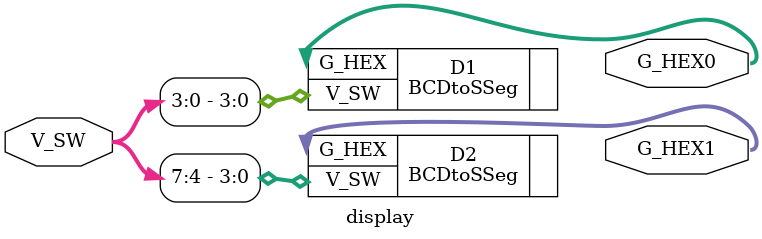
<source format=v>
module display(input [7:0] V_SW, output [6:0] G_HEX0, output [6:0] G_HEX1);

BCDtoSSeg D1(.V_SW(V_SW[3:0]), .G_HEX(G_HEX0));

BCDtoSSeg D2(.V_SW(V_SW[7:4]), .G_HEX(G_HEX1));

endmodule
</source>
